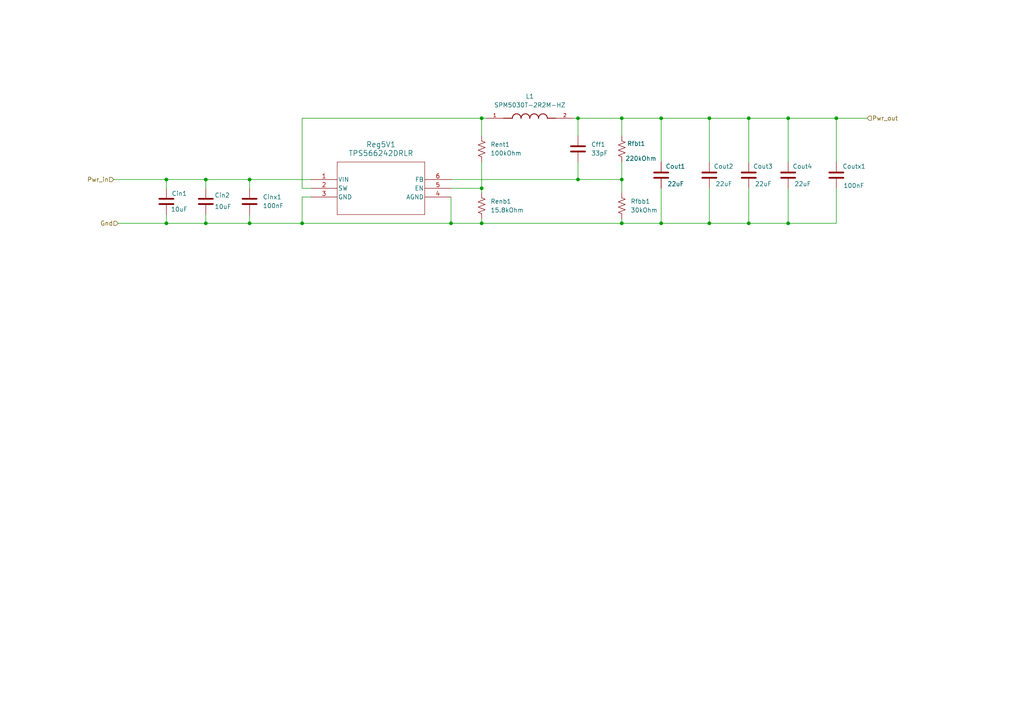
<source format=kicad_sch>
(kicad_sch (version 20231120) (generator "eeschema") (generator_version "8.0")
  (paper "A4")
  (lib_symbols
    (symbol "2025-03-05_03-11-59:TPS566242DRLR" (pin_names (offset 0.254))
      (property "Reference" "U" (at 20.32 10.16 0))
      (property "Value" "TPS566242DRLR" (at 20.32 7.62 0))
      (symbol "TPS566242DRLR_0_1"
        (polyline (pts (xy 7.62 -10.16) (xy 33.02 -10.16)) (stroke (width 0.127)))
        (polyline (pts (xy 7.62 5.08) (xy 7.62 -10.16)) (stroke (width 0.127)))
        (polyline (pts (xy 33.02 -10.16) (xy 33.02 5.08)) (stroke (width 0.127)))
        (polyline (pts (xy 33.02 5.08) (xy 7.62 5.08)) (stroke (width 0.127)))
        (pin input line (at 0 0 0) (length 7.62) (name "VIN") (number "1"))
        (pin output line (at 0 -2.54 0) (length 7.62) (name "SW") (number "2"))
        (pin power_out line (at 0 -5.08 0) (length 7.62) (name "GND") (number "3"))
        (pin power_out line (at 40.64 -5.08 180) (length 7.62) (name "AGND") (number "4"))
        (pin input line (at 40.64 -2.54 180) (length 7.62) (name "EN") (number "5"))
        (pin input line (at 40.64 0 180) (length 7.62) (name "FB") (number "6"))
      )
    )
    (symbol "Device:C" (pin_numbers hide) (pin_names (offset 0.254))
      (property "Reference" "C" (at 0.635 2.54 0))
      (property "Value" "C" (at 0.635 -2.54 0))
      (symbol "C_0_1"
        (polyline (pts (xy -2.032 -0.762) (xy 2.032 -0.762)) (stroke (width 0.508)))
        (polyline (pts (xy -2.032 0.762) (xy 2.032 0.762)) (stroke (width 0.508)))
      )
      (symbol "C_1_1"
        (pin passive line (at 0 3.81 270) (length 2.794) (name "~") (number "1"))
        (pin passive line (at 0 -3.81 90) (length 2.794) (name "~") (number "2"))
      )
    )
    (symbol "Device:R_US" (pin_numbers hide) (pin_names (offset 0))
      (property "Reference" "R" (at 2.54 0 90))
      (property "Value" "R_US" (at -2.54 0 90))
      (symbol "R_US_0_1"
        (polyline (pts (xy 0 -2.286) (xy 0 -2.54)))
        (polyline (pts (xy 0 2.286) (xy 0 2.54)))
        (polyline (pts (xy 0 -0.762) (xy 1.016 -1.143) (xy 0 -1.524) (xy -1.016 -1.905) (xy 0 -2.286)))
        (polyline (pts (xy 0 0.762) (xy 1.016 0.381) (xy 0 0) (xy -1.016 -0.381) (xy 0 -0.762)))
        (polyline (pts (xy 0 2.286) (xy 1.016 1.905) (xy 0 1.524) (xy -1.016 1.143) (xy 0 0.762)))
      )
      (symbol "R_US_1_1"
        (pin passive line (at 0 3.81 270) (length 1.27) (name "~") (number "1"))
        (pin passive line (at 0 -3.81 90) (length 1.27) (name "~") (number "2"))
      )
    )
    (symbol "SPM5030T-2R2M-HZ:SPM5030T-2R2M-HZ" (pin_names (offset 1.016))
      (property "Reference" "L" (at -10.16 5.08 0))
      (property "Value" "SPM5030T-2R2M-HZ" (at -10.16 -5.08 0))
      (symbol "SPM5030T-2R2M-HZ_0_0"
        (arc (start -2.54 0) (mid -3.81 1.2645) (end -5.08 0) (stroke (width 0.254)))
        (arc (start 0 0) (mid -1.27 1.2645) (end -2.54 0) (stroke (width 0.254)))
        (polyline (pts (xy -5.08 0) (xy -7.62 0)) (stroke (width 0.254)))
        (polyline (pts (xy 5.08 0) (xy 7.62 0)) (stroke (width 0.254)))
        (arc (start 2.54 0) (mid 1.27 1.2645) (end 0 0) (stroke (width 0.254)))
        (arc (start 5.08 0) (mid 3.81 1.2645) (end 2.54 0) (stroke (width 0.254)))
        (pin passive line (at -12.7 0 0) (length 5.08) (name "~") (number "1"))
        (pin passive line (at 12.7 0 180) (length 5.08) (name "~") (number "2"))
      )
    )
  )
  (junction (at 59.69 64.77))
  (junction (at 87.63 64.77))
  (junction (at 167.64 34.29))
  (junction (at 228.6 64.77))
  (junction (at 130.81 64.77))
  (junction (at 217.17 34.29))
  (junction (at 48.26 52.07))
  (junction (at 139.7 64.77))
  (junction (at 48.26 64.77))
  (junction (at 191.77 34.29))
  (junction (at 205.74 34.29))
  (junction (at 180.34 64.77))
  (junction (at 180.34 52.07))
  (junction (at 139.7 54.61))
  (junction (at 228.6 34.29))
  (junction (at 139.7 34.29))
  (junction (at 180.34 34.29))
  (junction (at 217.17 64.77))
  (junction (at 205.74 64.77))
  (junction (at 72.39 52.07))
  (junction (at 167.64 52.07))
  (junction (at 59.69 52.07))
  (junction (at 72.39 64.77))
  (junction (at 191.77 64.77))
  (junction (at 242.57 34.29))
  (wire (pts (xy 180.34 46.99) (xy 180.34 52.07)))
  (wire (pts (xy 48.26 52.07) (xy 59.69 52.07)))
  (wire (pts (xy 180.34 52.07) (xy 180.34 55.88)))
  (wire (pts (xy 242.57 54.61) (xy 242.57 64.77)))
  (wire (pts (xy 217.17 34.29) (xy 217.17 46.99)))
  (wire (pts (xy 48.26 62.23) (xy 48.26 64.77)))
  (wire (pts (xy 191.77 54.61) (xy 191.77 64.77)))
  (wire (pts (xy 72.39 64.77) (xy 87.63 64.77)))
  (wire (pts (xy 167.64 34.29) (xy 166.37 34.29)))
  (wire (pts (xy 205.74 34.29) (xy 217.17 34.29)))
  (wire (pts (xy 139.7 64.77) (xy 180.34 64.77)))
  (wire (pts (xy 167.64 34.29) (xy 167.64 39.37)))
  (wire (pts (xy 180.34 34.29) (xy 191.77 34.29)))
  (wire (pts (xy 139.7 54.61) (xy 139.7 55.88)))
  (wire (pts (xy 130.81 52.07) (xy 167.64 52.07)))
  (wire (pts (xy 48.26 52.07) (xy 48.26 54.61)))
  (wire (pts (xy 34.29 64.77) (xy 48.26 64.77)))
  (wire (pts (xy 139.7 63.5) (xy 139.7 64.77)))
  (wire (pts (xy 87.63 57.15) (xy 90.17 57.15)))
  (wire (pts (xy 191.77 34.29) (xy 205.74 34.29)))
  (wire (pts (xy 59.69 62.23) (xy 59.69 64.77)))
  (wire (pts (xy 87.63 34.29) (xy 139.7 34.29)))
  (wire (pts (xy 180.34 63.5) (xy 180.34 64.77)))
  (wire (pts (xy 167.64 34.29) (xy 180.34 34.29)))
  (wire (pts (xy 205.74 34.29) (xy 205.74 46.99)))
  (wire (pts (xy 228.6 64.77) (xy 217.17 64.77)))
  (wire (pts (xy 205.74 64.77) (xy 191.77 64.77)))
  (wire (pts (xy 72.39 52.07) (xy 90.17 52.07)))
  (wire (pts (xy 59.69 52.07) (xy 72.39 52.07)))
  (wire (pts (xy 242.57 64.77) (xy 228.6 64.77)))
  (wire (pts (xy 180.34 34.29) (xy 180.34 39.37)))
  (wire (pts (xy 217.17 54.61) (xy 217.17 64.77)))
  (wire (pts (xy 33.02 52.07) (xy 48.26 52.07)))
  (wire (pts (xy 242.57 34.29) (xy 242.57 46.99)))
  (wire (pts (xy 72.39 62.23) (xy 72.39 64.77)))
  (wire (pts (xy 87.63 34.29) (xy 87.63 54.61)))
  (wire (pts (xy 59.69 64.77) (xy 72.39 64.77)))
  (wire (pts (xy 130.81 64.77) (xy 87.63 64.77)))
  (wire (pts (xy 180.34 64.77) (xy 191.77 64.77)))
  (wire (pts (xy 180.34 52.07) (xy 167.64 52.07)))
  (wire (pts (xy 205.74 54.61) (xy 205.74 64.77)))
  (wire (pts (xy 139.7 34.29) (xy 140.97 34.29)))
  (wire (pts (xy 87.63 54.61) (xy 90.17 54.61)))
  (wire (pts (xy 130.81 57.15) (xy 130.81 64.77)))
  (wire (pts (xy 191.77 34.29) (xy 191.77 46.99)))
  (wire (pts (xy 228.6 34.29) (xy 228.6 46.99)))
  (wire (pts (xy 130.81 64.77) (xy 139.7 64.77)))
  (wire (pts (xy 139.7 46.99) (xy 139.7 54.61)))
  (wire (pts (xy 228.6 34.29) (xy 242.57 34.29)))
  (wire (pts (xy 242.57 34.29) (xy 251.46 34.29)))
  (wire (pts (xy 217.17 34.29) (xy 228.6 34.29)))
  (wire (pts (xy 72.39 52.07) (xy 72.39 54.61)))
  (wire (pts (xy 48.26 64.77) (xy 59.69 64.77)))
  (wire (pts (xy 59.69 52.07) (xy 59.69 54.61)))
  (wire (pts (xy 228.6 54.61) (xy 228.6 64.77)))
  (wire (pts (xy 167.64 46.99) (xy 167.64 52.07)))
  (wire (pts (xy 139.7 34.29) (xy 139.7 39.37)))
  (wire (pts (xy 87.63 64.77) (xy 87.63 57.15)))
  (wire (pts (xy 217.17 64.77) (xy 205.74 64.77)))
  (wire (pts (xy 130.81 54.61) (xy 139.7 54.61)))
  (hierarchical_label "Gnd" (shape input) (at 34.29 64.77 180))
  (hierarchical_label "Pwr_out" (shape input) (at 251.46 34.29 0))
  (hierarchical_label "Pwr_in" (shape input) (at 33.02 52.07 180))
  (symbol (lib_id "Device:C") (at 217.17 50.8 0) (unit 1)
    (property "Reference" "Cout3" (at 218.44 48.26 0) (effects (justify left)))
    (property "Value" "22uF" (at 218.948 53.34 0) (effects (justify left)))
    (property "Footprint" "Capacitor_SMD:C_0805_2012Metric_Pad1.18x1.45mm_HandSolder" (effects (hide yes)))
    (property "Description" "Unpolarized capacitor" (effects (hide yes)))
  )
  (symbol (lib_id "Device:R_US") (at 180.34 59.69 0) (unit 1)
    (property "Reference" "Rfbb1" (at 182.88 58.4199 0) (effects (justify left)))
    (property "Value" "30kOhm" (at 182.88 60.9599 0) (effects (justify left)))
    (property "Footprint" "Resistor_SMD:R_0805_2012Metric_Pad1.20x1.40mm_HandSolder" (effects (hide yes)))
    (property "Description" "Resistor, US symbol" (effects (hide yes)))
  )
  (symbol (lib_id "Device:C") (at 191.77 50.8 0) (unit 1)
    (property "Reference" "Cout1" (at 193.04 48.26 0) (effects (justify left)))
    (property "Value" "22uF" (at 193.548 53.34 0) (effects (justify left)))
    (property "Footprint" "Capacitor_SMD:C_0805_2012Metric_Pad1.18x1.45mm_HandSolder" (effects (hide yes)))
    (property "Description" "Unpolarized capacitor" (effects (hide yes)))
  )
  (symbol (lib_id "Device:C") (at 72.39 58.42 0) (unit 1)
    (property "Reference" "Cinx1" (at 76.2 57.1499 0) (effects (justify left)))
    (property "Value" "100nF" (at 76.2 59.6899 0) (effects (justify left)))
    (property "Footprint" "Capacitor_SMD:C_0805_2012Metric_Pad1.18x1.45mm_HandSolder" (effects (hide yes)))
    (property "Description" "Unpolarized capacitor" (effects (hide yes)))
  )
  (symbol (lib_id "Device:R_US") (at 139.7 59.69 0) (unit 1)
    (property "Reference" "Renb1" (at 142.24 58.4199 0) (effects (justify left)))
    (property "Value" "15.8kOhm" (at 142.24 60.9599 0) (effects (justify left)))
    (property "Footprint" "Resistor_SMD:R_0805_2012Metric_Pad1.20x1.40mm_HandSolder" (effects (hide yes)))
    (property "Description" "Resistor, US symbol" (effects (hide yes)))
  )
  (symbol (lib_id "2025-03-05_03-11-59:TPS566242DRLR") (at 90.17 52.07 0) (unit 1)
    (property "Reference" "Reg5V1" (at 110.49 41.91 0) (effects (font (size 1.524 1.524))))
    (property "Value" "TPS566242DRLR" (at 110.49 44.45 0) (effects (font (size 1.524 1.524))))
    (property "Footprint" "CustomLibrary:SOT5x3_DRL_TEX" (effects (hide yes)))
    (property "Datasheet" "TPS566242DRLR" (effects (hide yes)))
  )
  (symbol (lib_id "Device:C") (at 59.69 58.42 0) (unit 1)
    (property "Reference" "Cin2" (at 62.23 56.642 0) (effects (justify left)))
    (property "Value" "10uF" (at 62.23 59.944 0) (effects (justify left)))
    (property "Footprint" "Capacitor_SMD:C_0805_2012Metric_Pad1.18x1.45mm_HandSolder" (effects (hide yes)))
    (property "Description" "Unpolarized capacitor" (effects (hide yes)))
  )
  (symbol (lib_id "Device:C") (at 205.74 50.8 0) (unit 1)
    (property "Reference" "Cout2" (at 207.01 48.26 0) (effects (justify left)))
    (property "Value" "22uF" (at 207.518 53.34 0) (effects (justify left)))
    (property "Footprint" "Capacitor_SMD:C_0805_2012Metric_Pad1.18x1.45mm_HandSolder" (effects (hide yes)))
    (property "Description" "Unpolarized capacitor" (effects (hide yes)))
  )
  (symbol (lib_id "Device:C") (at 228.6 50.8 0) (unit 1)
    (property "Reference" "Cout4" (at 229.87 48.26 0) (effects (justify left)))
    (property "Value" "22uF" (at 230.378 53.34 0) (effects (justify left)))
    (property "Footprint" "Capacitor_SMD:C_0805_2012Metric_Pad1.18x1.45mm_HandSolder" (effects (hide yes)))
    (property "Description" "Unpolarized capacitor" (effects (hide yes)))
  )
  (symbol (lib_id "SPM5030T-2R2M-HZ:SPM5030T-2R2M-HZ") (at 153.67 34.29 0) (unit 1)
    (property "Reference" "L1" (at 153.67 27.94 0))
    (property "Value" "SPM5030T-2R2M-HZ" (at 153.67 30.48 0))
    (property "Footprint" "CustomLibrary:IND_SPM5030T-2R2M-HZ" (effects (hide yes)))
    (property "MF" "TDK" (effects (hide yes)))
    (property "MAXIMUM_PACKAGE_HEIGHT" "3.0 mm" (effects (hide yes)))
    (property "Package" "NON STANDARD-2 TDK" (effects (hide yes)))
    (property "Price" "None" (effects (hide yes)))
    (property "Check_prices" "https://www.snapeda.com/parts/SPM5030T-2R2M-HZ/TDK/view-part/?ref=eda" (effects (hide yes)))
    (property "STANDARD" "Manufacturer Recommendations" (effects (hide yes)))
    (property "PARTREV" "20210423" (effects (hide yes)))
    (property "SnapEDA_Link" "https://www.snapeda.com/parts/SPM5030T-2R2M-HZ/TDK/view-part/?ref=snap" (effects (hide yes)))
    (property "MP" "SPM5030T-2R2M-HZ" (effects (hide yes)))
    (property "Description_1" "\n                        \n                            Inductor Power Shielded Wirewound 2.2uH 20% 100KHz Metal 8.5A 0.0213Ohm DCR Automotive T/R\n                        \n" (effects (hide yes)))
    (property "Availability" "In Stock" (effects (hide yes)))
    (property "MANUFACTURER" "TDK" (effects (hide yes)))
  )
  (symbol (lib_id "Device:C") (at 48.26 58.42 0) (unit 1)
    (property "Reference" "Cin1" (at 49.784 56.134 0) (effects (justify left)))
    (property "Value" "10uF" (at 49.53 60.706 0) (effects (justify left)))
    (property "Footprint" "Capacitor_SMD:C_0805_2012Metric_Pad1.18x1.45mm_HandSolder" (effects (hide yes)))
    (property "Description" "Unpolarized capacitor" (effects (hide yes)))
  )
  (symbol (lib_id "Device:C") (at 242.57 50.8 0) (unit 1)
    (property "Reference" "Coutx1" (at 244.348 48.26 0) (effects (justify left)))
    (property "Value" "100nF" (at 244.602 53.848 0) (effects (justify left)))
    (property "Footprint" "Capacitor_SMD:C_0805_2012Metric_Pad1.18x1.45mm_HandSolder" (effects (hide yes)))
    (property "Description" "Unpolarized capacitor" (effects (hide yes)))
  )
  (symbol (lib_id "Device:R_US") (at 139.7 43.18 0) (unit 1)
    (property "Reference" "Rent1" (at 142.24 41.9099 0) (effects (justify left)))
    (property "Value" "100kOhm" (at 142.24 44.4499 0) (effects (justify left)))
    (property "Footprint" "Resistor_SMD:R_0805_2012Metric_Pad1.20x1.40mm_HandSolder" (effects (hide yes)))
    (property "Description" "Resistor, US symbol" (effects (hide yes)))
  )
  (symbol (lib_id "Device:R_US") (at 180.34 43.18 0) (unit 1)
    (property "Reference" "Rfbt1" (at 181.864 41.656 0) (effects (justify left)))
    (property "Value" "220kOhm" (at 181.356 45.974 0) (effects (justify left)))
    (property "Footprint" "Resistor_SMD:R_0805_2012Metric_Pad1.20x1.40mm_HandSolder" (effects (hide yes)))
    (property "Description" "Resistor, US symbol" (effects (hide yes)))
  )
  (symbol (lib_id "Device:C") (at 167.64 43.18 0) (unit 1)
    (property "Reference" "Cff1" (at 171.45 41.9099 0) (effects (justify left)))
    (property "Value" "33pF" (at 171.45 44.4499 0) (effects (justify left)))
    (property "Footprint" "Capacitor_SMD:C_0805_2012Metric_Pad1.18x1.45mm_HandSolder" (effects (hide yes)))
    (property "Description" "Unpolarized capacitor" (effects (hide yes)))
  )
)
</source>
